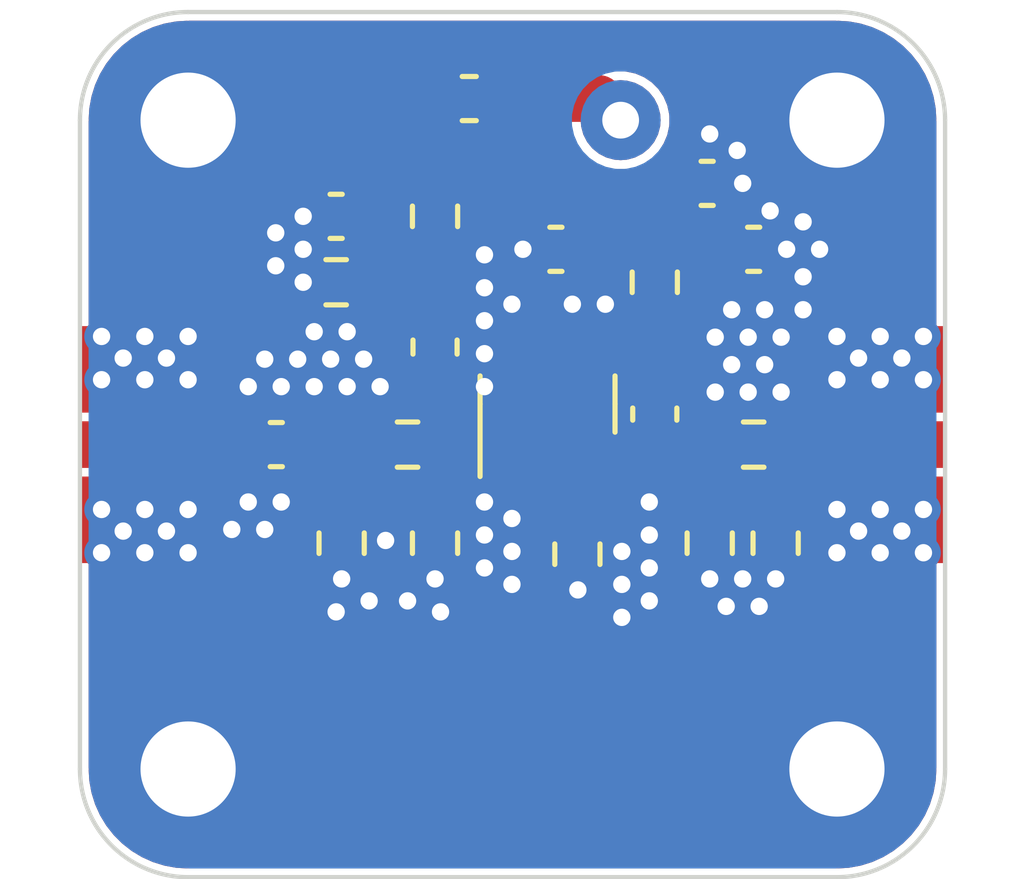
<source format=kicad_pcb>
(kicad_pcb (version 20211014) (generator pcbnew)
  (layers (0 "F.Cu" signal "Górna sygnałowa") (31 "B.Cu" signal "Dolna sygnałowa") (34 "B.Paste" user "Dolna pasty") (35 "F.Paste" user "Górna pasty") (36 "B.SilkS" user "Dolna opisowa") (37 "F.SilkS" user "Górna opisowa") (38 "B.Mask" user "Dolna sodermaski") (39 "F.Mask" user "Górna soldermaski") (44 "Edge.Cuts" user "Krawędziowa"))
  (net 0 "")
  (net 1 "Net-(C1-Pad1)")
  (net 2 "Net-(C1-Pad2)")
  (net 3 "Net-(C2-Pad1)")
  (net 4 "GND")
  (net 5 "Net-(C5-Pad1)")
  (net 6 "Net-(C5-Pad2)")
  (net 7 "Net-(J1-Pad1)")
  (net 8 "Net-(J3-Pad1)")
  (net 9 "Net-(L2-Pad2)")
  (net 10 "Net-(Q1-Pad2)")
  (net 11 "Net-(C6-Pad2)")
  (footprint "Capacitor_SMD:C_0603_1608Metric" (layer "F.Cu") (at 153.289 74.295 -90)
    (fp_text reference "C5" hide)
    (fp_text value "COUT")
    (fp_line (start -0.14058 0.51) (end 0.14058 0.51) (layer "F.SilkS") (width 0.12))
    (fp_line (start -0.14058 -0.51) (end 0.14058 -0.51) (layer "F.SilkS") (width 0.12))
    (pad "1" smd roundrect locked (at -0.775 0 270) (size 0.9 0.95) (layers "F.Cu" "F.Paste" "F.Mask") (net 5 "Net-(C5-Pad1)"))
    (pad "2" smd roundrect locked (at 0.775 0 270) (size 0.9 0.95) (layers "F.Cu" "F.Paste" "F.Mask") (net 6 "Net-(C5-Pad2)"))
  )
  (footprint "Resistor_SMD:R_0603_1608Metric" (layer "F.Cu") (at 145.923 71.247 180)
    (fp_text reference "R4" hide)
    (fp_text value "RB2")
    (fp_line (start -0.237258 -0.5225) (end 0.237258 -0.5225) (layer "F.SilkS") (width 0.12))
    (fp_line (start -0.237258 0.5225) (end 0.237258 0.5225) (layer "F.SilkS") (width 0.12))
    (pad "1" smd roundrect locked (at -0.825 0 180) (size 0.8 0.95) (layers "F.Cu" "F.Paste" "F.Mask") (net 11 "Net-(C6-Pad2)"))
    (pad "2" smd roundrect locked (at 0.825 0 180) (size 0.8 0.95) (layers "F.Cu" "F.Paste" "F.Mask") (net 4 "GND"))
  )
  (footprint "modular-rf-bench-footprints:M2-hole" (layer "F.Cu") (at 157.5 82.5)
    (fp_text reference "H3" hide)
    (fp_text value "M2" hide)
    (pad "1" thru_hole circle (at 0 0) (size 3.4 3.4) (drill 2.2) (layers *.Cu *.Mask) (net 4 "GND"))
  )
  (footprint "Resistor_SMD:R_0603_1608Metric" (layer "F.Cu") (at 153.289 71.247 -90)
    (fp_text reference "R6" hide)
    (fp_text value "RC")
    (fp_line (start -0.237258 0.5225) (end 0.237258 0.5225) (layer "F.SilkS") (width 0.12))
    (fp_line (start -0.237258 -0.5225) (end 0.237258 -0.5225) (layer "F.SilkS") (width 0.12))
    (pad "1" smd roundrect locked (at -0.825 0 270) (size 0.8 0.95) (layers "F.Cu" "F.Paste" "F.Mask") (net 3 "Net-(C2-Pad1)"))
    (pad "2" smd roundrect locked (at 0.825 0 270) (size 0.8 0.95) (layers "F.Cu" "F.Paste" "F.Mask") (net 5 "Net-(C5-Pad1)"))
  )
  (footprint "Resistor_SMD:R_0603_1608Metric" (layer "F.Cu") (at 156.083 77.279 -90)
    (fp_text reference "R10" hide)
    (fp_text value "Z")
    (fp_line (start -0.237258 0.5225) (end 0.237258 0.5225) (layer "F.SilkS") (width 0.12))
    (fp_line (start -0.237258 -0.5225) (end 0.237258 -0.5225) (layer "F.SilkS") (width 0.12))
    (pad "1" smd roundrect locked (at -0.825 0 270) (size 0.8 0.95) (layers "F.Cu" "F.Paste" "F.Mask") (net 8 "Net-(J3-Pad1)"))
    (pad "2" smd roundrect locked (at 0.825 0 270) (size 0.8 0.95) (layers "F.Cu" "F.Paste" "F.Mask") (net 4 "GND"))
  )
  (footprint "Inductor_SMD:L_0603_1608Metric" (layer "F.Cu") (at 149 67 180)
    (fp_text reference "L1" hide)
    (fp_text value "LP")
    (fp_line (start -0.162779 -0.51) (end 0.162779 -0.51) (layer "F.SilkS") (width 0.12))
    (fp_line (start -0.162779 0.51) (end 0.162779 0.51) (layer "F.SilkS") (width 0.12))
    (pad "1" smd roundrect locked (at -0.7875 0 180) (size 0.875 0.95) (layers "F.Cu" "F.Paste" "F.Mask") (net 7 "Net-(J1-Pad1)"))
    (pad "2" smd roundrect locked (at 0.7875 0 180) (size 0.875 0.95) (layers "F.Cu" "F.Paste" "F.Mask") (net 3 "Net-(C2-Pad1)"))
  )
  (footprint "Capacitor_SMD:C_0603_1608Metric" (layer "F.Cu") (at 144.539 75)
    (fp_text reference "C1" hide)
    (fp_text value "CIN")
    (fp_line (start -0.14058 0.51) (end 0.14058 0.51) (layer "F.SilkS") (width 0.12))
    (fp_line (start -0.14058 -0.51) (end 0.14058 -0.51) (layer "F.SilkS") (width 0.12))
    (pad "1" smd roundrect locked (at -0.775 0) (size 0.9 0.95) (layers "F.Cu" "F.Paste" "F.Mask") (net 1 "Net-(C1-Pad1)"))
    (pad "2" smd roundrect locked (at 0.775 0) (size 0.9 0.95) (layers "F.Cu" "F.Paste" "F.Mask") (net 2 "Net-(C1-Pad2)"))
  )
  (footprint "Capacitor_SMD:C_0603_1608Metric" (layer "F.Cu") (at 151.003 70.485 180)
    (fp_text reference "C3" hide)
    (fp_text value "100n")
    (fp_line (start -0.14058 -0.51) (end 0.14058 -0.51) (layer "F.SilkS") (width 0.12))
    (fp_line (start -0.14058 0.51) (end 0.14058 0.51) (layer "F.SilkS") (width 0.12))
    (pad "1" smd roundrect locked (at -0.775 0 180) (size 0.9 0.95) (layers "F.Cu" "F.Paste" "F.Mask") (net 3 "Net-(C2-Pad1)"))
    (pad "2" smd roundrect locked (at 0.775 0 180) (size 0.9 0.95) (layers "F.Cu" "F.Paste" "F.Mask") (net 4 "GND"))
  )
  (footprint "Package_TO_SOT_SMD:SOT-23" (layer "F.Cu") (at 150.81 74.0625 90)
    (fp_text reference "Q1" hide)
    (fp_text value "Q_NPN_BEC")
    (fp_line (start 0 1.56) (end 0.65 1.56) (layer "F.SilkS") (width 0.12))
    (fp_line (start 0 -1.56) (end -1.675 -1.56) (layer "F.SilkS") (width 0.12))
    (fp_line (start 0 -1.56) (end 0.65 -1.56) (layer "F.SilkS") (width 0.12))
    (fp_line (start 0 1.56) (end -0.65 1.56) (layer "F.SilkS") (width 0.12))
    (pad "1" smd roundrect locked (at -0.9375 -0.95 90) (size 1.475 0.6) (layers "F.Cu" "F.Paste" "F.Mask") (net 9 "Net-(L2-Pad2)"))
    (pad "2" smd roundrect locked (at -0.9375 0.95 90) (size 1.475 0.6) (layers "F.Cu" "F.Paste" "F.Mask") (net 10 "Net-(Q1-Pad2)"))
    (pad "3" smd roundrect locked (at 0.9375 0 90) (size 1.475 0.6) (layers "F.Cu" "F.Paste" "F.Mask") (net 5 "Net-(C5-Pad1)"))
  )
  (footprint "modular-rf-bench-footprints:M2-hole" (layer "F.Cu") (at 157.5 67.5)
    (fp_text reference "H2" hide)
    (fp_text value "M2" hide)
    (pad "1" thru_hole circle (at 0 0) (size 3.4 3.4) (drill 2.2) (layers *.Cu *.Mask) (net 4 "GND"))
  )
  (footprint "Capacitor_SMD:C_0603_1608Metric" (layer "F.Cu") (at 145.923 69.723)
    (fp_text reference "C6" hide)
    (fp_text value "100p")
    (fp_line (start -0.14058 0.51) (end 0.14058 0.51) (layer "F.SilkS") (width 0.12))
    (fp_line (start -0.14058 -0.51) (end 0.14058 -0.51) (layer "F.SilkS") (width 0.12))
    (pad "1" smd roundrect locked (at -0.775 0) (size 0.9 0.95) (layers "F.Cu" "F.Paste" "F.Mask") (net 4 "GND"))
    (pad "2" smd roundrect locked (at 0.775 0) (size 0.9 0.95) (layers "F.Cu" "F.Paste" "F.Mask") (net 11 "Net-(C6-Pad2)"))
  )
  (footprint "Resistor_SMD:R_0603_1608Metric" (layer "F.Cu") (at 148.209 69.723 -90)
    (fp_text reference "R5" hide)
    (fp_text value "RB1")
    (fp_line (start -0.237258 -0.5225) (end 0.237258 -0.5225) (layer "F.SilkS") (width 0.12))
    (fp_line (start -0.237258 0.5225) (end 0.237258 0.5225) (layer "F.SilkS") (width 0.12))
    (pad "1" smd roundrect locked (at -0.825 0 270) (size 0.8 0.95) (layers "F.Cu" "F.Paste" "F.Mask") (net 3 "Net-(C2-Pad1)"))
    (pad "2" smd roundrect locked (at 0.825 0 270) (size 0.8 0.95) (layers "F.Cu" "F.Paste" "F.Mask") (net 11 "Net-(C6-Pad2)"))
  )
  (footprint "modular-rf-bench-footprints:M2-hole" (layer "F.Cu") (at 142.5 67.5)
    (fp_text reference "H4" hide)
    (fp_text value "M2" hide)
    (pad "1" thru_hole circle (at 0 0) (size 3.4 3.4) (drill 2.2) (layers *.Cu *.Mask) (net 4 "GND"))
  )
  (footprint "Resistor_SMD:R_0603_1608Metric" (layer "F.Cu") (at 154.559 77.279 -90)
    (fp_text reference "R8" hide)
    (fp_text value "Z")
    (fp_line (start -0.237258 -0.5225) (end 0.237258 -0.5225) (layer "F.SilkS") (width 0.12))
    (fp_line (start -0.237258 0.5225) (end 0.237258 0.5225) (layer "F.SilkS") (width 0.12))
    (pad "1" smd roundrect locked (at -0.825 0 270) (size 0.8 0.95) (layers "F.Cu" "F.Paste" "F.Mask") (net 6 "Net-(C5-Pad2)"))
    (pad "2" smd roundrect locked (at 0.825 0 270) (size 0.8 0.95) (layers "F.Cu" "F.Paste" "F.Mask") (net 4 "GND"))
  )
  (footprint "Resistor_SMD:R_0603_1608Metric" (layer "F.Cu") (at 151.5 77.533 -90)
    (fp_text reference "R7" hide)
    (fp_text value "RE")
    (fp_line (start -0.237258 0.5225) (end 0.237258 0.5225) (layer "F.SilkS") (width 0.12))
    (fp_line (start -0.237258 -0.5225) (end 0.237258 -0.5225) (layer "F.SilkS") (width 0.12))
    (pad "1" smd roundrect locked (at -0.825 0 270) (size 0.8 0.95) (layers "F.Cu" "F.Paste" "F.Mask") (net 10 "Net-(Q1-Pad2)"))
    (pad "2" smd roundrect locked (at 0.825 0 270) (size 0.8 0.95) (layers "F.Cu" "F.Paste" "F.Mask") (net 4 "GND"))
  )
  (footprint "modular-rf-bench-footprints:M2-hole" (layer "F.Cu") (at 142.5 82.5)
    (fp_text reference "H1" hide)
    (fp_text value "M2" hide)
    (pad "1" thru_hole circle (at 0 0) (size 3.4 3.4) (drill 2.2) (layers *.Cu *.Mask) (net 4 "GND"))
  )
  (footprint "Resistor_SMD:R_0603_1608Metric" (layer "F.Cu") (at 146.05 77.279 -90)
    (fp_text reference "R1" hide)
    (fp_text value "Z")
    (fp_line (start -0.237258 0.5225) (end 0.237258 0.5225) (layer "F.SilkS") (width 0.12))
    (fp_line (start -0.237258 -0.5225) (end 0.237258 -0.5225) (layer "F.SilkS") (width 0.12))
    (pad "1" smd roundrect locked (at -0.825 0 270) (size 0.8 0.95) (layers "F.Cu" "F.Paste" "F.Mask") (net 2 "Net-(C1-Pad2)"))
    (pad "2" smd roundrect locked (at 0.825 0 270) (size 0.8 0.95) (layers "F.Cu" "F.Paste" "F.Mask") (net 4 "GND"))
  )
  (footprint "Connector_Wire:SolderWire-0.25sqmm_1x01_D0.65mm_OD1.7mm" (layer "F.Cu") (at 152.5 67.5)
    (fp_text reference "J1" hide)
    (fp_text value "Conn_01x01")
    (pad "1" thru_hole roundrect locked (at 0 0) (size 1.85 1.85) (drill 0.85) (layers *.Cu *.Mask) (roundrect_rratio 0.5) (net 7 "Net-(J1-Pad1)"))
  )
  (footprint "Resistor_SMD:R_0603_1608Metric" (layer "F.Cu") (at 148.209 77.279 -90)
    (fp_text reference "R3" hide)
    (fp_text value "Z")
    (fp_line (start -0.237258 -0.5225) (end 0.237258 -0.5225) (layer "F.SilkS") (width 0.12))
    (fp_line (start -0.237258 0.5225) (end 0.237258 0.5225) (layer "F.SilkS") (width 0.12))
    (pad "1" smd roundrect locked (at -0.825 0 270) (size 0.8 0.95) (layers "F.Cu" "F.Paste" "F.Mask") (net 9 "Net-(L2-Pad2)"))
    (pad "2" smd roundrect locked (at 0.825 0 270) (size 0.8 0.95) (layers "F.Cu" "F.Paste" "F.Mask") (net 4 "GND"))
  )
  (footprint "LOGO" (layer "F.Cu") (at 146.812 82.042)
    (fp_text reference "G***" hide)
    (fp_text value "LOGO" hide)
    (fp_poly (pts (xy 1.707208 -2.385083) (xy 1.72178 -2.377357) (xy 1.727638 -2.361209) (xy 1.724986 -2.333962) (xy 1.714028 -2.292938) (xy 1.695246 -2.236259) (xy 1.67886 -2.189554) (xy 1.664665 -2.150375) (xy 1.654112 -2.122636) (xy 1.64865 -2.110255) (xy 1.648486 -2.110054) (xy 1.654138 -2.102822) (xy 1.673545 -2.088435) (xy 1.702518 -2.069996) (xy 1.702794 -2.06983) (xy 1.765684 -2.026146) (xy 1.813512 -1.980369) (xy 1.845324 -1.93425) (xy 1.860162 -1.889541) (xy 1.85707 -1.847993) (xy 1.84052 -1.817555) (xy 1.820991 -1.793438) (xy 1.877555 -1.759364) (xy 1.917737 -1.733301) (xy 1.95925 -1.703533) (xy 1.980607 -1.68675) (xy 2.006661 -1.664073) (xy 2.019745 -1.647389) (xy 2.023211 -1.630016) (xy 2.020661 -1.606876) (xy 2.015636 -1.567128) (xy 2.012184 -1.526831) (xy 2.012056 -1.524528) (xy 2.006709 -1.493183) (xy 1.992958 -1.475529) (xy 1.987295 -1.472236) (xy 1.964024 -1.455734) (xy 1.944294 -1.435747) (xy 1.934232 -1.424962) (xy 1.921977 -1.417526) (xy 1.903462 -1.412581) (xy 1.874622 -1.409268) (xy 1.831391 -1.406728) (xy 1.800502 -1.40537) (xy 1.740844 -1.401769) (xy 1.695936 -1.396721) (xy 1.66814 -1.390536) (xy 1.661407 -1.387121) (xy 1.649381 -1.368624) (xy 1.640328 -1.340255) (xy 1.63945 -1.335453) (xy 1.632091 -1.309371) (xy 1.617507 -1.271305) (xy 1.5982 -1.227508) (xy 1.586787 -1.203865) (xy 1.569617 -1.168352) (xy 1.556241 -1.136883) (xy 1.545437 -1.105019) (xy 1.535983 -1.068321) (xy 1.526657 -1.022348) (xy 1.516238 -0.96266) (xy 1.510003 -0.924858) (xy 1.498611 -0.849525) (xy 1.487513 -0.766274) (xy 1.477703 -0.683243) (xy 1.470177 -0.608573) (xy 1.467711 -0.578682) (xy 1.453479 -0.42915) (xy 1.434101 -0.296565) (xy 1.409013 -0.177722) (xy 1.378053 -0.070634) (xy 1.349141 0.00713) (xy 1.316299 0.074946) (xy 1.27602 0.13851) (xy 1.224798 0.20352) (xy 1.175643 0.258199) (xy 1.077329 0.37528) (xy 0.993806 0.501629) (xy 0.931364 0.621186) (xy 0.903186 0.677903) (xy 0.877811 0.720375) (xy 0.851675 0.754018) (xy 0.828482 0.777604) (xy 0.800811 0.802117) (xy 0.778251 0.819713) (xy 0.765568 0.826682) (xy 0.765395 0.826688) (xy 0.753451 0.833218) (xy 0.741919 0.853767) (xy 0.730392 0.889773) (xy 0.718459 0.942674) (xy 0.705712 1.01391) (xy 0.697702 1.064739) (xy 0.682935 1.157753) (xy 0.668702 1.236626) (xy 0.653537 1.307789) (xy 0.635974 1.377671) (xy 0.61455 1.452702) (xy 0.594147 1.519151) (xy 0.573662 1.588767) (xy 0.559937 1.648459) (xy 0.552673 1.703792) (xy 0.551572 1.760332) (xy 0.556334 1.823643) (xy 0.566662 1.899292) (xy 0.571976 1.932384) (xy 0.581863 1.993891) (xy 0.591097 2.054175) (xy 0.598842 2.107582) (xy 0.604263 2.14846) (xy 0.605561 2.159723) (xy 0.612893 2.204728) (xy 0.626368 2.241894) (xy 0.650004 2.281963) (xy 0.652923 2.28631) (xy 0.693121 2.345728) (xy 0.391035 2.345728) (xy 0.398018 2.312144) (xy 0.406666 2.282384) (xy 0.417092 2.259536) (xy 0.421952 2.245992) (xy 0.419574 2.22758) (xy 0.408787 2.199446) (xy 0.396054 2.172292) (xy 0.37605 2.126603) (xy 0.359018 2.076762) (xy 0.343853 2.018573) (xy 0.329451 1.94784) (xy 0.315851 1.867612) (xy 0.305774 1.815487) (xy 0.290904 1.752618) (xy 0.27342 1.687715) (xy 0.259042 1.640272) (xy 0.239373 1.577432) (xy 0.224185 1.523154) (xy 0.212556 1.472312) (xy 0.203565 1.419774) (xy 0.19629 1.360411) (xy 0.18981 1.289094) (xy 0.185282 1.229699) (xy 0.180007 1.126544) (xy 0.179205 1.027802) (xy 0.18278 0.938429) (xy 0.190634 0.863381) (xy 0.192649 0.850881) (xy 0.198285 0.818238) (xy 0.013062 0.82396) (xy -0.107738 0.82548) (xy -0.212835 0.821724) (xy -0.306616 0.812274) (xy -0.393468 0.796713) (xy -0.464665 0.778501) (xy -0.571132 0.739636) (xy -0.66046 0.68959) (xy -0.733091 0.628052) (xy -0.789464 0.554711) (xy -0.795565 0.544391) (xy -0.824093 0.4946) (xy -0.831361 0.523556) (xy -0.851223 0.580742) (xy -0.881966 0.643838) (xy -0.919153 0.704875) (xy -0.958352 0.755885) (xy -0.964174 0.762224) (xy -0.998177 0.799253) (xy -1.020985 0.828535) (xy -1.036147 0.856807) (xy -1.047214 0.890804) (xy -1.057733 0.937262) (xy -1.058593 0.941406) (xy -1.077747 1.014043) (xy -1.104922 1.080397) (xy -1.14259 1.144725) (xy -1.193225 1.211286) (xy -1.255438 1.280306) (xy -1.299345 1.327086) (xy -1.330904 1.363066) (xy -1.352698 1.391736) (xy -1.367309 1.416586) (xy -1.377321 1.441105) (xy -1.379516 1.447943) (xy -1.393383 1.510336) (xy -1.40151 1.583767) (xy -1.403348 1.659269) (xy -1.39835 1.727875) (xy -1.397133 1.736045) (xy -1.378151 1.852191) (xy -1.361347 1.949249) (xy -1.346392 2.028646) (xy -1.332955 2.091809) (xy -1.320708 2.140166) (xy -1.30932 2.175143) (xy -1.298463 2.198166) (xy -1.287806 2.210664) (xy -1.287464 2.210907) (xy -1.256964 2.236176) (xy -1.229438 2.265811) (xy -1.210524 2.293348) (xy -1.206109 2.30412) (xy -1.204756 2.313632) (xy -1.209064 2.319721) (xy -1.222584 2.323146) (xy -1.248864 2.324671) (xy -1.291453 2.325054) (xy -1.303781 2.325061) (xy -1.406928 2.325061) (xy -1.404551 2.296643) (xy -1.406631 2.27843) (xy -1.417659 2.257689) (xy -1.440231 2.230433) (xy -1.463418 2.206224) (xy -1.506232 2.157147) (xy -1.545198 2.099598) (xy -1.581789 2.030726) (xy -1.617483 1.947679) (xy -1.653754 1.847608) (xy -1.662294 1.822003) (xy -1.697106 1.710358) (xy -1.722384 1.613609) (xy -1.738078 1.528285) (xy -1.744138 1.450921) (xy -1.740513 1.378048) (xy -1.727154 1.306198) (xy -1.704012 1.231903) (xy -1.671036 1.151696) (xy -1.652075 1.110862) (xy -1.636756 1.077573) (xy -1.626819 1.050567) (xy -1.621132 1.023669) (xy -1.618567 0.990701) (xy -1.617993 0.945488) (xy -1.618058 0.924857) (xy -1.625963 0.813717) (xy -1.648543 0.689349) (xy -1.685564 0.552839) (xy -1.720352 0.449512) (xy -1.738479 0.395325) (xy -1.755499 0.337402) (xy -1.768757 0.28505) (xy -1.772894 0.265233) (xy -1.785589 0.208368) (xy -1.799357 0.165227) (xy -1.813305 0.137191) (xy -1.826539 0.125643) (xy -1.838166 0.131965) (xy -1.846026 0.152044) (xy -1.850797 0.168673) (xy -1.85519 0.170196) (xy -1.862104 0.1549) (xy -1.867875 0.139127) (xy -1.878772 0.090843) (xy -1.88276 0.030839) (xy -1.880033 -0.033197) (xy -1.870784 -0.093578) (xy -1.861162 -0.127803) (xy -1.813901 -0.230684) (xy -1.748926 -0.324576) (xy -1.667469 -0.408757) (xy -1.570758 -0.482506) (xy -1.460023 -0.545102) (xy -1.336491 -0.595822) (xy -1.201393 -0.633946) (xy -1.055958 -0.658752) (xy -0.940358 -0.668205) (xy -0.852575 -0.670242) (xy -0.768501 -0.667683) (xy -0.683224 -0.659982) (xy -0.591831 -0.646595) (xy -0.48941 -0.626977) (xy -0.408289 -0.609192) (xy -0.312193 -0.587655) (xy -0.232421 -0.5708) (xy -0.165292 -0.558121) (xy -0.107125 -0.549111) (xy -0.054238 -0.543263) (xy -0.002951 -0.540071) (xy 0.050417 -0.539027) (xy 0.098629 -0.539425) (xy 0.154738 -0.540085) (xy 0.199013 -0.539411) (xy 0.23732 -0.536684) (xy 0.275528 -0.531182) (xy 0.319505 -0.522181) (xy 0.37512 -0.508962) (xy 0.403604 -0.501918) (xy 0.475622 -0.484786) (xy 0.531279 -0.473817) (xy 0.573946 -0.469024) (xy 0.606992 -0.470419) (xy 0.633788 -0.478013) (xy 0.657703 -0.49182) (xy 0.671833 -0.502891) (xy 0.692889 -0.523327) (xy 0.710733 -0.547871) (xy 0.726651 -0.579659) (xy 0.741925 -0.621827) (xy 0.75784 -0.677511) (xy 0.77568 -0.749847) (xy 0.779346 -0.765531) (xy 0.796905 -0.83723) (xy 0.818065 -0.917688) (xy 0.840306 -0.997626) (xy 0.861109 -1.067766) (xy 0.863452 -1.075283) (xy 0.878978 -1.125887) (xy 0.891303 -1.169705) (xy 0.901226 -1.211056) (xy 0.909547 -1.254259) (xy 0.917065 -1.303635) (xy 0.924579 -1.363502) (xy 0.932889 -1.438181) (xy 0.936002 -1.467372) (xy 0.947098 -1.569507) (xy 0.956972 -1.653593) (xy 0.966097 -1.722179) (xy 0.974945 -1.777812) (xy 0.983991 -1.823043) (xy 0.993707 -1.860418) (xy 1.004567 -1.892487) (xy 1.017044 -1.921798) (xy 1.022488 -1.933108) (xy 1.043227 -1.972305) (xy 1.064341 -2.004466) (xy 1.089403 -2.03324) (xy 1.121983 -2.062279) (xy 1.165654 -2.095234) (xy 1.214198 -2.129077) (xy 1.26388 -2.165032) (xy 1.315539 -2.205693) (xy 1.361923 -2.245205) (xy 1.38689 -2.268565) (xy 1.418275 -2.297957) (xy 1.445322 -2.320096) (xy 1.46414 -2.331951) (xy 1.469559 -2.332995) (xy 1.483132 -2.318377) (xy 1.484744 -2.288394) (xy 1.474416 -2.244522) (xy 1.468097 -2.226457) (xy 1.456615 -2.194668) (xy 1.44885 -2.171059) (xy 1.446704 -2.162272) (xy 1.453034 -2.164187) (xy 1.469982 -2.17846) (xy 1.494485 -2.201958) (xy 1.52348 -2.23155) (xy 1.553903 -2.264104) (xy 1.582693 -2.296485) (xy 1.606785 -2.325563) (xy 1.608411 -2.327645) (xy 1.635607 -2.360388) (xy 1.656294 -2.37884) (xy 1.674724 -2.386355) (xy 1.683716 -2.387063)) (layer "F.Cu") (width 0) (fill solid))
  )
  (footprint "modular-rf-bench-footprints:edge-connector" (layer "F.Cu") (at 160 75)
    (fp_text reference "J3" hide)
    (fp_text value "Conn_01x02" hide)
    (pad "1" smd rect (at -1.5 0) (size 3 1.07801) (layers "F.Cu") (net 8 "Net-(J3-Pad1)"))
    (pad "2" smd rect (at -1.5 -1.739005) (size 3 2) (layers "F.Cu") (net 4 "GND"))
    (pad "2" smd rect (at -1.5 1.739005) (size 3 2) (layers "F.Cu") (net 4 "GND"))
  )
  (footprint "Capacitor_SMD:C_0603_1608Metric" (layer "F.Cu") (at 154.5 68.961)
    (fp_text reference "C2" hide)
    (fp_text value "1µ")
    (fp_line (start -0.14058 -0.51) (end 0.14058 -0.51) (layer "F.SilkS") (width 0.12))
    (fp_line (start -0.14058 0.51) (end 0.14058 0.51) (layer "F.SilkS") (width 0.12))
    (pad "1" smd roundrect locked (at -0.775 0) (size 0.9 0.95) (layers "F.Cu" "F.Paste" "F.Mask") (net 3 "Net-(C2-Pad1)"))
    (pad "2" smd roundrect locked (at 0.775 0) (size 0.9 0.95) (layers "F.Cu" "F.Paste" "F.Mask") (net 4 "GND"))
  )
  (footprint "Resistor_SMD:R_0603_1608Metric" (layer "F.Cu") (at 155.575 75)
    (fp_text reference "R9" hide)
    (fp_text value "Z")
    (fp_line (start -0.237258 0.5225) (end 0.237258 0.5225) (layer "F.SilkS") (width 0.12))
    (fp_line (start -0.237258 -0.5225) (end 0.237258 -0.5225) (layer "F.SilkS") (width 0.12))
    (pad "1" smd roundrect locked (at -0.825 0) (size 0.8 0.95) (layers "F.Cu" "F.Paste" "F.Mask") (net 6 "Net-(C5-Pad2)"))
    (pad "2" smd roundrect locked (at 0.825 0) (size 0.8 0.95) (layers "F.Cu" "F.Paste" "F.Mask") (net 8 "Net-(J3-Pad1)"))
  )
  (footprint "modular-rf-bench-footprints:edge-connector" (layer "F.Cu") (at 140 75 180)
    (fp_text reference "J2" hide)
    (fp_text value "Conn_01x02" hide)
    (pad "1" smd rect (at -1.5 0 180) (size 3 1.07801) (layers "F.Cu") (net 1 "Net-(C1-Pad1)"))
    (pad "2" smd rect (at -1.5 -1.739005 180) (size 3 2) (layers "F.Cu") (net 4 "GND"))
    (pad "2" smd rect (at -1.5 1.739005 180) (size 3 2) (layers "F.Cu") (net 4 "GND"))
  )
  (footprint "Capacitor_SMD:C_0603_1608Metric" (layer "F.Cu") (at 155.575 70.485)
    (fp_text reference "C4" hide)
    (fp_text value "100p")
    (fp_line (start -0.14058 0.51) (end 0.14058 0.51) (layer "F.SilkS") (width 0.12))
    (fp_line (start -0.14058 -0.51) (end 0.14058 -0.51) (layer "F.SilkS") (width 0.12))
    (pad "1" smd roundrect locked (at -0.775 0) (size 0.9 0.95) (layers "F.Cu" "F.Paste" "F.Mask") (net 3 "Net-(C2-Pad1)"))
    (pad "2" smd roundrect locked (at 0.775 0) (size 0.9 0.95) (layers "F.Cu" "F.Paste" "F.Mask") (net 4 "GND"))
  )
  (footprint "Resistor_SMD:R_0603_1608Metric" (layer "F.Cu") (at 147.574 75)
    (fp_text reference "R2" hide)
    (fp_text value "Z")
    (fp_line (start -0.237258 -0.5225) (end 0.237258 -0.5225) (layer "F.SilkS") (width 0.12))
    (fp_line (start -0.237258 0.5225) (end 0.237258 0.5225) (layer "F.SilkS") (width 0.12))
    (pad "1" smd roundrect locked (at -0.825 0) (size 0.8 0.95) (layers "F.Cu" "F.Paste" "F.Mask") (net 2 "Net-(C1-Pad2)"))
    (pad "2" smd roundrect locked (at 0.825 0) (size 0.8 0.95) (layers "F.Cu" "F.Paste" "F.Mask") (net 9 "Net-(L2-Pad2)"))
  )
  (footprint "Inductor_SMD:L_0603_1608Metric" (layer "F.Cu") (at 148.209 72.7455 -90)
    (fp_text reference "L2" hide)
    (fp_text value "LB")
    (fp_line (start -0.162779 -0.51) (end 0.162779 -0.51) (layer "F.SilkS") (width 0.12))
    (fp_line (start -0.162779 0.51) (end 0.162779 0.51) (layer "F.SilkS") (width 0.12))
    (pad "1" smd roundrect locked (at -0.7875 0 270) (size 0.875 0.95) (layers "F.Cu" "F.Paste" "F.Mask") (net 11 "Net-(C6-Pad2)"))
    (pad "2" smd roundrect locked (at 0.7875 0 270) (size 0.875 0.95) (layers "F.Cu" "F.Paste" "F.Mask") (net 9 "Net-(L2-Pad2)"))
  )
  (gr_arc (start 160 82.5) (mid 159.267767 84.267767) (end 157.5 85) (layer "Edge.Cuts") (width 0.1))
  (gr_arc (start 142.5 85) (mid 140.732233 84.267767) (end 140 82.5) (layer "Edge.Cuts") (width 0.1))
  (gr_line (start 157.5 85) (end 142.5 85) (layer "Edge.Cuts") (width 0.1))
  (gr_line (start 140 82.5) (end 140 67.5) (layer "Edge.Cuts") (width 0.1))
  (gr_arc (start 140 67.5) (mid 140.732233 65.732233) (end 142.5 65) (layer "Edge.Cuts") (width 0.1))
  (gr_arc (start 157.5 65) (mid 159.267767 65.732233) (end 160 67.5) (layer "Edge.Cuts") (width 0.1))
  (gr_line (start 160 67.5) (end 160 82.5) (layer "Edge.Cuts") (width 0.1))
  (gr_line (start 142.5 65) (end 157.5 65) (layer "Edge.Cuts") (width 0.1))
  (segment (start 141.5 75) (end 143.764 75) (width 1.07801) (layer "F.Cu") (net 1))
  (segment (start 146.749 75) (end 146.12 75) (width 1.07801) (layer "F.Cu") (net 2))
  (segment (start 146.05 75.07) (end 146.12 75) (width 1.07801) (layer "F.Cu") (net 2))
  (segment (start 146.12 75) (end 145.314 75) (width 1.07801) (layer "F.Cu") (net 2))
  (segment (start 146.05 76.454) (end 146.05 75.07) (width 1.07801) (layer "F.Cu") (net 2))
  (segment (start 154.8 70.485) (end 153.352 70.485) (width 1.07801) (layer "F.Cu") (net 3))
  (segment (start 151.778 69.63195) (end 152.138475 69.271475) (width 1.07801) (layer "F.Cu") (net 3))
  (segment (start 153.352 70.485) (end 153.289 70.422) (width 1.07801) (layer "F.Cu") (net 3))
  (segment (start 153.725 69.986) (end 153.289 70.422) (width 1.07801) (layer "F.Cu") (net 3))
  (segment (start 153.414525 69.271475) (end 152.138475 69.271475) (width 1.07801) (layer "F.Cu") (net 3))
  (segment (start 151.778 70.485) (end 153.226 70.485) (width 1.07801) (layer "F.Cu") (net 3))
  (segment (start 148.209 67.0035) (end 148.2125 67) (width 1.07801) (layer "F.Cu") (net 3))
  (segment (start 152.138475 69.271475) (end 148.582475 69.271475) (width 1.07801) (layer "F.Cu") (net 3))
  (segment (start 153.226 70.485) (end 153.289 70.422) (width 1.07801) (layer "F.Cu") (net 3))
  (segment (start 148.209 68.898) (end 148.209 67.0035) (width 1.07801) (layer "F.Cu") (net 3))
  (segment (start 153.289 70.422) (end 152.138475 69.271475) (width 1.07801) (layer "F.Cu") (net 3))
  (segment (start 151.778 70.485) (end 151.778 69.63195) (width 1.07801) (layer "F.Cu") (net 3))
  (segment (start 153.725 68.961) (end 153.414525 69.271475) (width 1.07801) (layer "F.Cu") (net 3))
  (segment (start 148.582475 69.271475) (end 148.209 68.898) (width 1.07801) (layer "F.Cu") (net 3))
  (segment (start 153.725 68.961) (end 153.725 69.986) (width 1.07801) (layer "F.Cu") (net 3))
  (via (at 143.891 73.66) (size 0.8) (drill 0.4) (layers "F.Cu" "B.Cu") (net 4))
  (via (at 144.526 70.866) (size 0.8) (drill 0.4) (layers "F.Cu" "B.Cu") (net 4))
  (via (at 146.05 78.105) (size 0.8) (drill 0.4) (layers "F.Cu" "B.Cu") (net 4))
  (via (at 149.987 71.755) (size 0.8) (drill 0.4) (layers "F.Cu" "B.Cu") (net 4))
  (via (at 149.987 78.232) (size 0.8) (drill 0.4) (layers "F.Cu" "B.Cu") (net 4))
  (via (at 152.527 78.232) (size 0.8) (drill 0.4) (layers "F.Cu" "B.Cu") (net 4))
  (via (at 153.162 77.851) (size 0.8) (drill 0.4) (layers "F.Cu" "B.Cu") (net 4))
  (via (at 142.5 76.5) (size 0.8) (drill 0.4) (layers "F.Cu" "B.Cu") (net 4))
  (via (at 149.352 73.66) (size 0.8) (drill 0.4) (layers "F.Cu" "B.Cu") (net 4))
  (via (at 140.5 72.5) (size 0.8) (drill 0.4) (layers "F.Cu" "B.Cu") (net 4))
  (via (at 154.559 78.105) (size 0.8) (drill 0.4) (layers "F.Cu" "B.Cu") (net 4))
  (via (at 158.5 72.5) (size 0.8) (drill 0.4) (layers "F.Cu" "B.Cu") (net 4))
  (via (at 149.352 76.327) (size 0.8) (drill 0.4) (layers "F.Cu" "B.Cu") (net 4))
  (via (at 149.987 77.47) (size 0.8) (drill 0.4) (layers "F.Cu" "B.Cu") (net 4))
  (via (at 153.162 78.613) (size 0.8) (drill 0.4) (layers "F.Cu" "B.Cu") (net 4))
  (via (at 151.384 71.755) (size 0.8) (drill 0.4) (layers "F.Cu" "B.Cu") (net 4))
  (via (at 145.034 73.025) (size 0.8) (drill 0.4) (layers "F.Cu" "B.Cu") (net 4))
  (via (at 149.352 72.898) (size 0.8) (drill 0.4) (layers "F.Cu" "B.Cu") (net 4))
  (via (at 142.5 73.5) (size 0.8) (drill 0.4) (layers "F.Cu" "B.Cu") (net 4))
  (via (at 157.099 70.485) (size 0.8) (drill 0.4) (layers "F.Cu" "B.Cu") (net 4))
  (via (at 143.891 76.327) (size 0.8) (drill 0.4) (layers "F.Cu" "B.Cu") (net 4))
  (via (at 156.718 69.85) (size 0.8) (drill 0.4) (layers "F.Cu" "B.Cu") (net 4))
  (via (at 159.5 77.5) (size 0.8) (drill 0.4) (layers "F.Cu" "B.Cu") (net 4))
  (via (at 146.177 72.39) (size 0.8) (drill 0.4) (layers "F.Cu" "B.Cu") (net 4))
  (via (at 154.686 73.787) (size 0.8) (drill 0.4) (layers "F.Cu" "B.Cu") (net 4))
  (via (at 150.241 70.485) (size 0.8) (drill 0.4) (layers "F.Cu" "B.Cu") (net 4))
  (via (at 158 73) (size 0.8) (drill 0.4) (layers "F.Cu" "B.Cu") (net 4))
  (via (at 141 77) (size 0.8) (drill 0.4) (layers "F.Cu" "B.Cu") (net 4))
  (via (at 151.511 78.359) (size 0.8) (drill 0.4) (layers "F.Cu" "B.Cu") (net 4))
  (via (at 155.702 78.74) (size 0.8) (drill 0.4) (layers "F.Cu" "B.Cu") (net 4))
  (via (at 157.5 77.5) (size 0.8) (drill 0.4) (layers "F.Cu" "B.Cu") (net 4))
  (via (at 155.321 68.961) (size 0.8) (drill 0.4) (layers "F.Cu" "B.Cu") (net 4))
  (via (at 142.5 72.5) (size 0.8) (drill 0.4) (layers "F.Cu" "B.Cu") (net 4))
  (via (at 152.146 71.755) (size 0.8) (drill 0.4) (layers "F.Cu" "B.Cu") (net 4))
  (via (at 144.653 76.327) (size 0.8) (drill 0.4) (layers "F.Cu" "B.Cu") (net 4))
  (via (at 146.558 73.025) (size 0.8) (drill 0.4) (layers "F.Cu" "B.Cu") (net 4))
  (via (at 155.321 78.105) (size 0.8) (drill 0.4) (layers "F.Cu" "B.Cu") (net 4))
  (via (at 154.686 72.517) (size 0.8) (drill 0.4) (layers "F.Cu" "B.Cu") (net 4))
  (via (at 152.527 77.47) (size 0.8) (drill 0.4) (layers "F.Cu" "B.Cu") (net 4))
  (via (at 142 73) (size 0.8) (drill 0.4) (layers "F.Cu" "B.Cu") (net 4))
  (via (at 149.352 77.851) (size 0.8) (drill 0.4) (layers "F.Cu" "B.Cu") (net 4))
  (via (at 141.5 76.5) (size 0.8) (drill 0.4) (layers "F.Cu" "B.Cu") (net 4))
  (via (at 155.448 72.517) (size 0.8) (drill 0.4) (layers "F.Cu" "B.Cu") (net 4))
  (via (at 144.653 73.66) (size 0.8) (drill 0.4) (layers "F.Cu" "B.Cu") (net 4))
  (via (at 147.066 77.216) (size 0.8) (drill 0.4) (layers "F.Cu" "B.Cu") (net 4))
  (via (at 155.067 71.882) (size 0.8) (drill 0.4) (layers "F.Cu" "B.Cu") (net 4))
  (via (at 142 77) (size 0.8) (drill 0.4) (layers "F.Cu" "B.Cu") (net 4))
  (via (at 155.067 73.152) (size 0.8) (drill 0.4) (layers "F.Cu" "B.Cu") (net 4))
  (via (at 155.194 68.199) (size 0.8) (drill 0.4) (layers "F.Cu" "B.Cu") (net 4))
  (via (at 141 73) (size 0.8) (drill 0.4) (layers "F.Cu" "B.Cu") (net 4))
  (via (at 143.51 76.962) (size 0.8) (drill 0.4) (layers "F.Cu" "B.Cu") (net 4))
  (via (at 141.5 73.5) (size 0.8) (drill 0.4) (layers "F.Cu" "B.Cu") (net 4))
  (via (at 155.448 73.787) (size 0.8) (drill 0.4) (layers "F.Cu" "B.Cu") (net 4))
  (via (at 145.415 72.39) (size 0.8) (drill 0.4) (layers "F.Cu" "B.Cu") (net 4))
  (via (at 155.829 73.152) (size 0.8) (drill 0.4) (layers "F.Cu" "B.Cu") (net 4))
  (via (at 148.209 78.105) (size 0.8) (drill 0.4) (layers "F.Cu" "B.Cu") (net 4))
  (via (at 156.21 73.787) (size 0.8) (drill 0.4) (layers "F.Cu" "B.Cu") (net 4))
  (via (at 156.718 71.882) (size 0.8) (drill 0.4) (layers "F.Cu" "B.Cu") (net 4))
  (via (at 145.415 73.66) (size 0.8) (drill 0.4) (layers "F.Cu" "B.Cu") (net 4))
  (via (at 159.5 73.5) (size 0.8) (drill 0.4) (layers "F.Cu" "B.Cu") (net 4))
  (via (at 144.272 73.025) (size 0.8) (drill 0.4) (layers "F.Cu" "B.Cu") (net 4))
  (via (at 159.5 76.5) (size 0.8) (drill 0.4) (layers "F.Cu" "B.Cu") (net 4))
  (via (at 154.94 78.74) (size 0.8) (drill 0.4) (layers "F.Cu" "B.Cu") (net 4))
  (via (at 144.526 70.104) (size 0.8) (drill 0.4) (layers "F.Cu" "B.Cu") (net 4))
  (via (at 156.337 70.485) (size 0.8) (drill 0.4) (layers "F.Cu" "B.Cu") (net 4))
  (via (at 155.956 69.596) (size 0.8) (drill 0.4) (layers "F.Cu" "B.Cu") (net 4))
  (via (at 149.352 72.136) (size 0.8) (drill 0.4) (layers "F.Cu" "B.Cu") (net 4))
  (via (at 145.161 70.485) (size 0.8) (drill 0.4) (layers "F.Cu" "B.Cu") (net 4))
  (via (at 146.685 78.613) (size 0.8) (drill 0.4) (layers "F.Cu" "B.Cu") (net 4))
  (via (at 145.161 71.247) (size 0.8) (drill 0.4) (layers "F.Cu" "B.Cu") (net 4))
  (via (at 158.5 73.5) (size 0.8) (drill 0.4) (layers "F.Cu" "B.Cu") (net 4))
  (via (at 145.923 78.867) (size 0.8) (drill 0.4) (layers "F.Cu" "B.Cu") (net 4))
  (via (at 158.5 77.5) (size 0.8) (drill 0.4) (layers "F.Cu" "B.Cu") (net 4))
  (via (at 141.5 77.5) (size 0.8) (drill 0.4) (layers "F.Cu" "B.Cu") (net 4))
  (via (at 146.177 73.66) (size 0.8) (drill 0.4) (layers "F.Cu" "B.Cu") (net 4))
  (via (at 147.574 78.613) (size 0.8) (drill 0.4) (layers "F.Cu" "B.Cu") (net 4))
  (via (at 145.161 69.723) (size 0.8) (drill 0.4) (layers "F.Cu" "B.Cu") (net 4))
  (via (at 153.162 77.089) (size 0.8) (drill 0.4) (layers "F.Cu" "B.Cu") (net 4))
  (via (at 145.796 73.025) (size 0.8) (drill 0.4) (layers "F.Cu" "B.Cu") (net 4))
  (via (at 159 73) (size 0.8) (drill 0.4) (layers "F.Cu" "B.Cu") (net 4))
  (via (at 157.5 73.5) (size 0.8) (drill 0.4) (layers "F.Cu" "B.Cu") (net 4))
  (via (at 140.5 77.5) (size 0.8) (drill 0.4) (layers "F.Cu" "B.Cu") (net 4))
  (via (at 149.352 71.374) (size 0.8) (drill 0.4) (layers "F.Cu" "B.Cu") (net 4))
  (via (at 148.336 78.867) (size 0.8) (drill 0.4) (layers "F.Cu" "B.Cu") (net 4))
  (via (at 157.5 72.5) (size 0.8) (drill 0.4) (layers "F.Cu" "B.Cu") (net 4))
  (via (at 158.5 76.5) (size 0.8) (drill 0.4) (layers "F.Cu" "B.Cu") (net 4))
  (via (at 152.527 78.994) (size 0.8) (drill 0.4) (layers "F.Cu" "B.Cu") (net 4))
  (via (at 156.718 71.12) (size 0.8) (drill 0.4) (layers "F.Cu" "B.Cu") (net 4))
  (via (at 149.352 77.089) (size 0.8) (drill 0.4) (layers "F.Cu" "B.Cu") (net 4))
  (via (at 144.272 76.962) (size 0.8) (drill 0.4) (layers "F.Cu" "B.Cu") (net 4))
  (via (at 155.829 71.882) (size 0.8) (drill 0.4) (layers "F.Cu" "B.Cu") (net 4))
  (via (at 149.352 70.612) (size 0.8) (drill 0.4) (layers "F.Cu" "B.Cu") (net 4))
  (via (at 157.5 76.5) (size 0.8) (drill 0.4) (layers "F.Cu" "B.Cu") (net 4))
  (via (at 159.5 72.5) (size 0.8) (drill 0.4) (layers "F.Cu" "B.Cu") (net 4))
  (via (at 158 77) (size 0.8) (drill 0.4) (layers "F.Cu" "B.Cu") (net 4))
  (via (at 140.5 76.5) (size 0.8) (drill 0.4) (layers "F.Cu" "B.Cu") (net 4))
  (via (at 154.559 67.818) (size 0.8) (drill 0.4) (layers "F.Cu" "B.Cu") (net 4))
  (via (at 149.987 76.708) (size 0.8) (drill 0.4) (layers "F.Cu" "B.Cu") (net 4))
  (via (at 140.5 73.5) (size 0.8) (drill 0.4) (layers "F.Cu" "B.Cu") (net 4))
  (via (at 141.5 72.5) (size 0.8) (drill 0.4) (layers "F.Cu" "B.Cu") (net 4))
  (via (at 146.939 73.66) (size 0.8) (drill 0.4) (layers "F.Cu" "B.Cu") (net 4))
  (via (at 156.21 72.517) (size 0.8) (drill 0.4) (layers "F.Cu" "B.Cu") (net 4))
  (via (at 153.162 76.327) (size 0.8) (drill 0.4) (layers "F.Cu" "B.Cu") (net 4))
  (via (at 156.083 78.105) (size 0.8) (drill 0.4) (layers "F.Cu" "B.Cu") (net 4))
  (via (at 142.5 77.5) (size 0.8) (drill 0.4) (layers "F.Cu" "B.Cu") (net 4))
  (via (at 159 77) (size 0.8) (drill 0.4) (layers "F.Cu" "B.Cu") (net 4))
  (segment (start 152.894 73.125) (end 153.289 73.52) (width 1.07801) (layer "F.Cu") (net 5))
  (segment (start 153.289 72.072) (end 153.289 73.52) (width 1.07801) (layer "F.Cu") (net 5))
  (segment (start 150.81 73.125) (end 152.894 73.125) (width 1.07801) (layer "F.Cu") (net 5))
  (segment (start 154.559 76.454) (end 154.559 75.191) (width 1.07801) (layer "F.Cu") (net 6))
  (segment (start 153.289 75.07) (end 154.68 75.07) (width 1.07801) (layer "F.Cu") (net 6))
  (segment (start 154.559 75.191) (end 154.75 75) (width 1.07801) (layer "F.Cu") (net 6))
  (segment (start 154.68 75.07) (end 154.75 75) (width 1.07801) (layer "F.Cu") (net 6))
  (segment (start 152 67) (end 152.5 67.5) (width 1.07801) (layer "F.Cu") (net 7))
  (segment (start 149.7875 67) (end 152 67) (width 1.07801) (layer "F.Cu") (net 7))
  (segment (start 156.4 75) (end 156.083 75.317) (width 1.07801) (layer "F.Cu") (net 8))
  (segment (start 156.4 75) (end 158.375 75) (width 1.07801) (layer "F.Cu") (net 8))
  (segment (start 156.083 75.317) (end 156.083 76.454) (width 1.07801) (layer "F.Cu") (net 8))
  (segment (start 148.209 76.454) (end 148.209 75.19) (width 1.07801) (layer "F.Cu") (net 9))
  (segment (start 149.86 75) (end 148.399 75) (width 1.07801) (layer "F.Cu") (net 9))
  (segment (start 148.209 74.81) (end 148.399 75) (width 1.07801) (layer "F.Cu") (net 9))
  (segment (start 148.209 75.19) (end 148.399 75) (width 1.07801) (layer "F.Cu") (net 9))
  (segment (start 148.209 73.533) (end 148.209 74.81) (width 1.07801) (layer "F.Cu") (net 9))
  (segment (start 151.76 75) (end 151.76 76.448) (width 1.07801) (layer "F.Cu") (net 10))
  (segment (start 151.76 76.448) (end 151.5 76.708) (width 1.07801) (layer "F.Cu") (net 10))
  (segment (start 146.698 69.736) (end 148.209 71.247) (width 1.07801) (layer "F.Cu") (net 11))
  (segment (start 148.209 71.247) (end 148.209 71.958) (width 1.07801) (layer "F.Cu") (net 11))
  (segment (start 148.209 70.548) (end 148.209 71.247) (width 1.07801) (layer "F.Cu") (net 11))
  (segment (start 146.748 71.247) (end 148.209 71.247) (width 1.07801) (layer "F.Cu") (net 11))
  (segment (start 146.698 69.723) (end 146.698 69.736) (width 1.07801) (layer "F.Cu") (net 11))
  (zone (net 4) (net_name "GND") (layers F&B.Cu) (connect_pads yes (clearance 0.2)) (min_thickness 0.2) (fill yes (thermal_gap 0.508) (thermal_bridge_width 0.508))
    (polygon (pts (xy 160 85) (xy 140 85) (xy 140 65) (xy 160 65)))
  )
)
</source>
